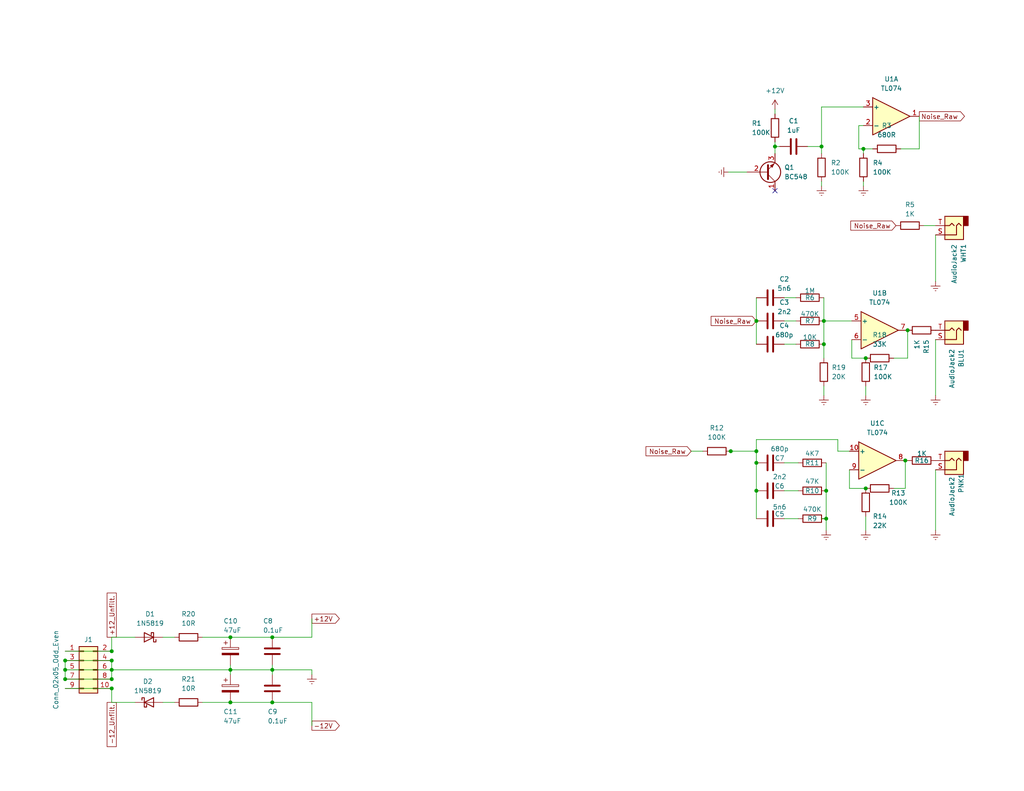
<source format=kicad_sch>
(kicad_sch (version 20230121) (generator eeschema)
  (paper "A")
  (lib_symbols
    (symbol "Amplifier_Operational:TL074" (pin_names (offset 0.127))
      (property "Reference" "U" (at 0 5.08 0))
      (property "Value" "TL074" (at 0 -5.08 0))
      (symbol "TL074_1_1"
        (polyline (pts (xy -5.08 5.08) (xy 5.08 0) (xy -5.08 -5.08) (xy -5.08 5.08)) (stroke (width 0.254)) (fill (type background)))
        (pin output line (at 7.62 0 180) (length 2.54) (name "~") (number "1"))
        (pin input line (at -7.62 -2.54 0) (length 2.54) (name "-") (number "2"))
        (pin input line (at -7.62 2.54 0) (length 2.54) (name "+") (number "3"))
      )
      (symbol "TL074_2_1"
        (polyline (pts (xy -5.08 5.08) (xy 5.08 0) (xy -5.08 -5.08) (xy -5.08 5.08)) (stroke (width 0.254)) (fill (type background)))
        (pin input line (at -7.62 2.54 0) (length 2.54) (name "+") (number "5"))
        (pin input line (at -7.62 -2.54 0) (length 2.54) (name "-") (number "6"))
        (pin output line (at 7.62 0 180) (length 2.54) (name "~") (number "7"))
      )
      (symbol "TL074_3_1"
        (polyline (pts (xy -5.08 5.08) (xy 5.08 0) (xy -5.08 -5.08) (xy -5.08 5.08)) (stroke (width 0.254)) (fill (type background)))
        (pin input line (at -7.62 2.54 0) (length 2.54) (name "+") (number "10"))
        (pin output line (at 7.62 0 180) (length 2.54) (name "~") (number "8"))
        (pin input line (at -7.62 -2.54 0) (length 2.54) (name "-") (number "9"))
      )
      (symbol "TL074_4_1"
        (polyline (pts (xy -5.08 5.08) (xy 5.08 0) (xy -5.08 -5.08) (xy -5.08 5.08)) (stroke (width 0.254)) (fill (type background)))
        (pin input line (at -7.62 2.54 0) (length 2.54) (name "+") (number "12"))
        (pin input line (at -7.62 -2.54 0) (length 2.54) (name "-") (number "13"))
        (pin output line (at 7.62 0 180) (length 2.54) (name "~") (number "14"))
      )
      (symbol "TL074_5_1"
        (pin power_in line (at -2.54 -7.62 90) (length 3.81) (name "V-") (number "11"))
        (pin power_in line (at -2.54 7.62 270) (length 3.81) (name "V+") (number "4"))
      )
    )
    (symbol "Connector_Audio:AudioJack2"
      (property "Reference" "J" (at 0 8.89 0))
      (property "Value" "AudioJack2" (at 0 6.35 0))
      (symbol "AudioJack2_0_1"
        (rectangle (start -3.81 0) (end -2.54 -2.54) (stroke (width 0.254)) (fill (type outline)))
        (rectangle (start -2.54 3.81) (end 2.54 -2.54) (stroke (width 0.254)) (fill (type background)))
        (polyline (pts (xy 0 0) (xy 0.635 -0.635) (xy 1.27 0) (xy 2.54 0)) (stroke (width 0.254)))
        (polyline (pts (xy 2.54 2.54) (xy -0.635 2.54) (xy -0.635 0) (xy -1.27 -0.635) (xy -1.905 0)) (stroke (width 0.254)))
      )
      (symbol "AudioJack2_1_1"
        (pin passive line (at 5.08 2.54 180) (length 2.54) (name "~") (number "S"))
        (pin passive line (at 5.08 0 180) (length 2.54) (name "~") (number "T"))
      )
    )
    (symbol "Connector_Generic:Conn_02x05_Odd_Even" (pin_names (offset 1.016) hide)
      (property "Reference" "J" (at 1.27 7.62 0))
      (property "Value" "Conn_02x05_Odd_Even" (at 1.27 -7.62 0))
      (symbol "Conn_02x05_Odd_Even_1_1"
        (rectangle (start -1.27 -4.953) (end 0 -5.207) (stroke (width 0.1524)))
        (rectangle (start -1.27 -2.413) (end 0 -2.667) (stroke (width 0.1524)))
        (rectangle (start -1.27 0.127) (end 0 -0.127) (stroke (width 0.1524)))
        (rectangle (start -1.27 2.667) (end 0 2.413) (stroke (width 0.1524)))
        (rectangle (start -1.27 5.207) (end 0 4.953) (stroke (width 0.1524)))
        (rectangle (start -1.27 6.35) (end 3.81 -6.35) (stroke (width 0.254)) (fill (type background)))
        (rectangle (start 3.81 -4.953) (end 2.54 -5.207) (stroke (width 0.1524)))
        (rectangle (start 3.81 -2.413) (end 2.54 -2.667) (stroke (width 0.1524)))
        (rectangle (start 3.81 0.127) (end 2.54 -0.127) (stroke (width 0.1524)))
        (rectangle (start 3.81 2.667) (end 2.54 2.413) (stroke (width 0.1524)))
        (rectangle (start 3.81 5.207) (end 2.54 4.953) (stroke (width 0.1524)))
        (pin passive line (at -5.08 5.08 0) (length 3.81) (name "Pin_1") (number "1"))
        (pin passive line (at 7.62 -5.08 180) (length 3.81) (name "Pin_10") (number "10"))
        (pin passive line (at 7.62 5.08 180) (length 3.81) (name "Pin_2") (number "2"))
        (pin passive line (at -5.08 2.54 0) (length 3.81) (name "Pin_3") (number "3"))
        (pin passive line (at 7.62 2.54 180) (length 3.81) (name "Pin_4") (number "4"))
        (pin passive line (at -5.08 0 0) (length 3.81) (name "Pin_5") (number "5"))
        (pin passive line (at 7.62 0 180) (length 3.81) (name "Pin_6") (number "6"))
        (pin passive line (at -5.08 -2.54 0) (length 3.81) (name "Pin_7") (number "7"))
        (pin passive line (at 7.62 -2.54 180) (length 3.81) (name "Pin_8") (number "8"))
        (pin passive line (at -5.08 -5.08 0) (length 3.81) (name "Pin_9") (number "9"))
      )
    )
    (symbol "Device:C" (pin_numbers hide) (pin_names (offset 0.254))
      (property "Reference" "C" (at 0.635 2.54 0))
      (property "Value" "C" (at 0.635 -2.54 0))
      (symbol "C_0_1"
        (polyline (pts (xy -2.032 -0.762) (xy 2.032 -0.762)) (stroke (width 0.508)))
        (polyline (pts (xy -2.032 0.762) (xy 2.032 0.762)) (stroke (width 0.508)))
      )
      (symbol "C_1_1"
        (pin passive line (at 0 3.81 270) (length 2.794) (name "~") (number "1"))
        (pin passive line (at 0 -3.81 90) (length 2.794) (name "~") (number "2"))
      )
    )
    (symbol "Device:C_Polarized" (pin_numbers hide) (pin_names (offset 0.254))
      (property "Reference" "C" (at 0.635 2.54 0))
      (property "Value" "C_Polarized" (at 0.635 -2.54 0))
      (symbol "C_Polarized_0_1"
        (rectangle (start -2.286 0.508) (end 2.286 1.016))
        (polyline (pts (xy -1.778 2.286) (xy -0.762 2.286)))
        (polyline (pts (xy -1.27 2.794) (xy -1.27 1.778)))
        (rectangle (start 2.286 -0.508) (end -2.286 -1.016) (fill (type outline)))
      )
      (symbol "C_Polarized_1_1"
        (pin passive line (at 0 3.81 270) (length 2.794) (name "~") (number "1"))
        (pin passive line (at 0 -3.81 90) (length 2.794) (name "~") (number "2"))
      )
    )
    (symbol "Device:R" (pin_numbers hide) (pin_names (offset 0))
      (property "Reference" "R" (at 2.032 0 90))
      (property "Value" "R" (at 0 0 90))
      (symbol "R_0_1"
        (rectangle (start -1.016 -2.54) (end 1.016 2.54) (stroke (width 0.254)))
      )
      (symbol "R_1_1"
        (pin passive line (at 0 3.81 270) (length 1.27) (name "~") (number "1"))
        (pin passive line (at 0 -3.81 90) (length 1.27) (name "~") (number "2"))
      )
    )
    (symbol "Diode:1N5819" (pin_numbers hide) (pin_names (offset 1.016) hide)
      (property "Reference" "D" (at 0 2.54 0))
      (property "Value" "1N5819" (at 0 -2.54 0))
      (symbol "1N5819_0_1"
        (polyline (pts (xy 1.27 0) (xy -1.27 0)))
        (polyline (pts (xy 1.27 1.27) (xy 1.27 -1.27) (xy -1.27 0) (xy 1.27 1.27)) (stroke (width 0.254)))
        (polyline (pts (xy -1.905 0.635) (xy -1.905 1.27) (xy -1.27 1.27) (xy -1.27 -1.27) (xy -0.635 -1.27) (xy -0.635 -0.635)) (stroke (width 0.254)))
      )
      (symbol "1N5819_1_1"
        (pin passive line (at -3.81 0 0) (length 2.54) (name "K") (number "1"))
        (pin passive line (at 3.81 0 180) (length 2.54) (name "A") (number "2"))
      )
    )
    (symbol "Transistor_BJT:BC548" (pin_names (offset 0) hide)
      (property "Reference" "Q" (at 5.08 1.905 0))
      (property "Value" "BC548" (at 5.08 0 0))
      (symbol "BC548_0_1"
        (polyline (pts (xy 0 0) (xy 0.635 0)))
        (polyline (pts (xy 0.635 0.635) (xy 2.54 2.54)))
        (polyline (pts (xy 0.635 -0.635) (xy 2.54 -2.54) (xy 2.54 -2.54)))
        (polyline (pts (xy 0.635 1.905) (xy 0.635 -1.905) (xy 0.635 -1.905)) (stroke (width 0.508)))
        (polyline (pts (xy 1.27 -1.778) (xy 1.778 -1.27) (xy 2.286 -2.286) (xy 1.27 -1.778) (xy 1.27 -1.778)) (fill (type outline)))
        (circle (center 1.27 0) (radius 2.8194) (stroke (width 0.254)))
      )
      (symbol "BC548_1_1"
        (pin passive line (at 2.54 5.08 270) (length 2.54) (name "C") (number "1"))
        (pin input line (at -5.08 0 0) (length 5.08) (name "B") (number "2"))
        (pin passive line (at 2.54 -5.08 90) (length 2.54) (name "E") (number "3"))
      )
    )
    (symbol "power:+12V" (power) (pin_names (offset 0))
      (property "Value" "+12V" (at 0 3.556 0))
      (symbol "+12V_0_1"
        (polyline (pts (xy -0.762 1.27) (xy 0 2.54)))
        (polyline (pts (xy 0 0) (xy 0 2.54)))
        (polyline (pts (xy 0 2.54) (xy 0.762 1.27)))
      )
      (symbol "+12V_1_1"
        (pin power_in line (at 0 0 90) (length 0) hide (name "+12V") (number "1"))
      )
    )
    (symbol "power:Earth" (power) (pin_names (offset 0))
      (symbol "Earth_0_1"
        (polyline (pts (xy -0.635 -1.905) (xy 0.635 -1.905)))
        (polyline (pts (xy -0.127 -2.54) (xy 0.127 -2.54)))
        (polyline (pts (xy 0 -1.27) (xy 0 0)))
        (polyline (pts (xy 1.27 -1.27) (xy -1.27 -1.27)))
      )
      (symbol "Earth_1_1"
        (pin power_in line (at 0 0 270) (length 0) hide (name "Earth") (number "1"))
      )
    )
  )
  (junction (at 224.155 40.005))
  (junction (at 225.425 133.985))
  (junction (at 74.295 182.88))
  (junction (at 30.48 177.8))
  (junction (at 224.79 93.98))
  (junction (at 206.375 123.19))
  (junction (at 206.375 87.63))
  (junction (at 224.79 87.63))
  (junction (at 30.48 185.42))
  (junction (at 17.78 180.34))
  (junction (at 30.48 180.34))
  (junction (at 211.455 40.005))
  (junction (at 235.585 40.64))
  (junction (at 30.48 182.88))
  (junction (at 62.865 173.99))
  (junction (at 74.295 191.77))
  (junction (at 199.39 123.19))
  (junction (at 62.865 182.88))
  (junction (at 236.22 97.79))
  (junction (at 30.48 187.96))
  (junction (at 62.865 191.77))
  (junction (at 17.78 185.42))
  (junction (at 206.375 126.365))
  (junction (at 74.295 173.99))
  (junction (at 225.425 141.605))
  (junction (at 17.78 182.88))
  (junction (at 247.65 90.17))
  (junction (at 236.22 133.35))
  (junction (at 206.375 133.985))
  (junction (at 247.015 125.73))
  (no_connect (at 211.455 52.07))
  (wire (pts (xy 62.865 182.88) (xy 74.295 182.88)))
  (wire (pts (xy 247.65 97.79) (xy 243.84 97.79)))
  (wire (pts (xy 74.295 181.61) (xy 74.295 182.88)))
  (wire (pts (xy 213.995 126.365) (xy 217.805 126.365)))
  (wire (pts (xy 228.6 123.19) (xy 231.775 123.19)))
  (wire (pts (xy 236.22 140.97) (xy 236.22 144.78)))
  (wire (pts (xy 247.015 125.73) (xy 247.015 133.35)))
  (wire (pts (xy 85.09 182.88) (xy 85.09 184.15)))
  (wire (pts (xy 232.41 97.79) (xy 232.41 92.71)))
  (wire (pts (xy 30.48 182.88) (xy 62.865 182.88)))
  (wire (pts (xy 17.78 180.34) (xy 30.48 180.34)))
  (wire (pts (xy 17.78 180.34) (xy 17.78 182.88)))
  (wire (pts (xy 74.295 182.88) (xy 85.09 182.88)))
  (wire (pts (xy 211.455 40.005) (xy 212.725 40.005)))
  (wire (pts (xy 255.27 144.78) (xy 255.27 128.27)))
  (wire (pts (xy 224.155 40.005) (xy 224.155 41.91)))
  (wire (pts (xy 44.45 191.77) (xy 47.625 191.77)))
  (wire (pts (xy 206.375 123.19) (xy 206.375 126.365)))
  (wire (pts (xy 250.825 31.75) (xy 250.825 40.64)))
  (wire (pts (xy 199.39 123.19) (xy 206.375 123.19)))
  (wire (pts (xy 235.585 40.64) (xy 234.315 40.64)))
  (wire (pts (xy 250.825 40.64) (xy 245.745 40.64)))
  (wire (pts (xy 213.995 141.605) (xy 217.805 141.605)))
  (wire (pts (xy 234.315 34.29) (xy 235.585 34.29)))
  (wire (pts (xy 30.48 180.34) (xy 30.48 182.88)))
  (wire (pts (xy 224.155 29.21) (xy 235.585 29.21)))
  (wire (pts (xy 224.79 105.41) (xy 224.79 107.95)))
  (wire (pts (xy 247.015 125.73) (xy 247.65 125.73)))
  (wire (pts (xy 235.585 40.64) (xy 235.585 41.91)))
  (wire (pts (xy 211.455 38.735) (xy 211.455 40.005)))
  (wire (pts (xy 255.27 64.135) (xy 255.27 76.835)))
  (wire (pts (xy 231.775 133.35) (xy 231.775 128.27)))
  (wire (pts (xy 213.995 87.63) (xy 217.17 87.63)))
  (wire (pts (xy 236.22 105.41) (xy 236.22 107.95)))
  (wire (pts (xy 188.595 123.19) (xy 191.77 123.19)))
  (wire (pts (xy 231.775 133.35) (xy 236.22 133.35)))
  (wire (pts (xy 225.425 126.365) (xy 225.425 133.985)))
  (wire (pts (xy 213.995 93.98) (xy 217.17 93.98)))
  (wire (pts (xy 62.865 181.61) (xy 62.865 182.88)))
  (wire (pts (xy 213.995 81.28) (xy 217.17 81.28)))
  (wire (pts (xy 17.78 177.8) (xy 30.48 177.8)))
  (wire (pts (xy 247.65 90.17) (xy 247.65 97.79)))
  (wire (pts (xy 225.425 141.605) (xy 225.425 144.78)))
  (wire (pts (xy 30.48 187.96) (xy 30.48 191.77)))
  (wire (pts (xy 236.22 97.79) (xy 232.41 97.79)))
  (wire (pts (xy 211.455 40.005) (xy 211.455 41.91)))
  (wire (pts (xy 235.585 49.53) (xy 235.585 50.8)))
  (wire (pts (xy 62.865 182.88) (xy 62.865 184.15)))
  (wire (pts (xy 62.865 173.99) (xy 74.295 173.99)))
  (wire (pts (xy 243.84 133.35) (xy 247.015 133.35)))
  (wire (pts (xy 213.995 133.985) (xy 217.805 133.985)))
  (wire (pts (xy 224.155 49.53) (xy 224.155 50.8)))
  (wire (pts (xy 198.755 46.99) (xy 203.835 46.99)))
  (wire (pts (xy 206.375 87.63) (xy 206.375 93.98)))
  (wire (pts (xy 62.865 191.77) (xy 74.295 191.77)))
  (wire (pts (xy 224.155 29.21) (xy 224.155 40.005)))
  (wire (pts (xy 30.48 173.99) (xy 30.48 177.8)))
  (wire (pts (xy 74.295 191.77) (xy 85.09 191.77)))
  (wire (pts (xy 206.375 120.015) (xy 228.6 120.015)))
  (wire (pts (xy 17.78 185.42) (xy 30.48 185.42)))
  (wire (pts (xy 206.375 133.985) (xy 206.375 141.605)))
  (wire (pts (xy 30.48 182.88) (xy 30.48 185.42)))
  (wire (pts (xy 198.755 123.19) (xy 199.39 123.19)))
  (wire (pts (xy 220.345 40.005) (xy 224.155 40.005)))
  (wire (pts (xy 17.78 182.88) (xy 30.48 182.88)))
  (wire (pts (xy 211.455 29.845) (xy 211.455 31.115)))
  (wire (pts (xy 224.79 87.63) (xy 224.79 93.98)))
  (wire (pts (xy 234.315 40.64) (xy 234.315 34.29)))
  (wire (pts (xy 225.425 141.605) (xy 224.155 141.605)))
  (wire (pts (xy 255.27 92.71) (xy 255.27 107.95)))
  (wire (pts (xy 206.375 126.365) (xy 206.375 133.985)))
  (wire (pts (xy 30.48 191.77) (xy 36.83 191.77)))
  (wire (pts (xy 55.245 173.99) (xy 62.865 173.99)))
  (wire (pts (xy 85.09 191.77) (xy 85.09 198.12)))
  (wire (pts (xy 30.48 173.99) (xy 36.83 173.99)))
  (wire (pts (xy 74.295 182.88) (xy 74.295 184.15)))
  (wire (pts (xy 17.78 187.96) (xy 30.48 187.96)))
  (wire (pts (xy 238.125 40.64) (xy 235.585 40.64)))
  (wire (pts (xy 85.09 173.99) (xy 85.09 168.91)))
  (wire (pts (xy 206.375 123.19) (xy 206.375 120.015)))
  (wire (pts (xy 55.245 191.77) (xy 62.865 191.77)))
  (wire (pts (xy 206.375 81.28) (xy 206.375 87.63)))
  (wire (pts (xy 228.6 120.015) (xy 228.6 123.19)))
  (wire (pts (xy 17.78 182.88) (xy 17.78 185.42)))
  (wire (pts (xy 224.79 81.28) (xy 224.79 87.63)))
  (wire (pts (xy 44.45 173.99) (xy 47.625 173.99)))
  (wire (pts (xy 224.79 93.98) (xy 224.79 97.79)))
  (wire (pts (xy 252.095 61.595) (xy 255.27 61.595)))
  (wire (pts (xy 225.425 133.985) (xy 225.425 141.605)))
  (wire (pts (xy 224.79 87.63) (xy 232.41 87.63)))
  (wire (pts (xy 74.295 173.99) (xy 85.09 173.99)))
  (global_label "+12_Unfilt." (shape passive) (at 30.48 173.99 90) (property "Intersheetrefs" "${INTERSHEET_REFS}" (effects hide)))
  (global_label "Noise_Raw" (shape input) (at 206.375 87.63 180) (property "Intersheetrefs" "${INTERSHEET_REFS}" (effects hide)))
  (global_label "-12_Unfilt." (shape passive) (at 30.48 191.77 270) (property "Intersheetrefs" "${INTERSHEET_REFS}" (effects hide)))
  (global_label "Noise_Raw" (shape output) (at 250.825 31.75 0) (property "Intersheetrefs" "${INTERSHEET_REFS}" (effects hide)))
  (global_label "Noise_Raw" (shape input) (at 244.475 61.595 180) (property "Intersheetrefs" "${INTERSHEET_REFS}" (effects hide)))
  (global_label "Noise_Raw" (shape input) (at 188.595 123.19 180) (property "Intersheetrefs" "${INTERSHEET_REFS}" (effects hide)))
  (global_label "+12V" (shape output) (at 85.09 168.91 0) (property "Intersheetrefs" "${INTERSHEET_REFS}" (effects hide)))
  (global_label "-12V" (shape output) (at 85.09 198.12 0) (property "Intersheetrefs" "${INTERSHEET_REFS}" (effects hide)))
  (symbol (lib_id "power:Earth") (at 236.22 107.95 0) (unit 1)
    (property "Reference" "#PWR09" (effects hide))
    (property "Value" "Earth" (effects hide))
  )
  (symbol (lib_id "Device:C") (at 210.185 133.985 270) (mirror x) (unit 1)
    (property "Reference" "C6" (at 212.725 132.715 90))
    (property "Value" "2n2" (at 212.725 130.175 90))
    (property "Footprint" "Capacitor_THT:C_Disc_D4.3mm_W1.9mm_P5.00mm" (effects hide))
  )
  (symbol (lib_id "power:Earth") (at 198.755 46.99 270) (unit 1)
    (property "Reference" "#PWR01" (effects hide))
    (property "Value" "Earth" (effects hide))
  )
  (symbol (lib_id "Device:R") (at 240.03 97.79 270) (unit 1)
    (property "Reference" "R18" (at 240.03 91.44 90))
    (property "Value" "33K" (at 240.03 93.98 90))
    (property "Footprint" "Resistor_SMD:R_0805_2012Metric" (effects hide))
  )
  (symbol (lib_id "Amplifier_Operational:TL074") (at 243.205 31.75 0) (unit 1)
    (property "Reference" "U1" (at 243.205 21.59 0))
    (property "Value" "TL074" (at 243.205 24.13 0))
    (property "Footprint" "Package_SO:SOIC-14_3.9x8.7mm_P1.27mm" (effects hide))
    (property "Datasheet" "http://www.ti.com/lit/ds/symlink/tl071.pdf" (effects hide))
  )
  (symbol (lib_id "Device:R") (at 195.58 123.19 90) (unit 1)
    (property "Reference" "R12" (at 195.58 116.84 90))
    (property "Value" "100K" (at 195.58 119.38 90))
    (property "Footprint" "Resistor_SMD:R_0805_2012Metric" (effects hide))
  )
  (symbol (lib_id "Device:C") (at 210.185 87.63 270) (unit 1)
    (property "Reference" "C3" (at 213.995 82.55 90))
    (property "Value" "2n2" (at 213.995 85.09 90))
    (property "Footprint" "Capacitor_THT:C_Disc_D4.3mm_W1.9mm_P5.00mm" (effects hide))
  )
  (symbol (lib_id "power:Earth") (at 255.27 76.835 0) (unit 1)
    (property "Reference" "#PWR07" (effects hide))
    (property "Value" "Earth" (effects hide))
  )
  (symbol (lib_id "Diode:1N5819") (at 40.64 173.99 180) (unit 1)
    (property "Reference" "D1" (at 40.9575 167.64 0))
    (property "Value" "1N5819" (at 40.9575 170.18 0))
    (property "Footprint" "Diode_THT:D_DO-41_SOD81_P2.54mm_Vertical_KathodeUp" (effects hide))
    (property "Datasheet" "http://www.vishay.com/docs/88525/1n5817.pdf" (effects hide))
  )
  (symbol (lib_id "Device:R") (at 220.98 87.63 270) (unit 1)
    (property "Reference" "R7" (at 220.98 87.63 90))
    (property "Value" "470K" (at 220.98 85.725 90))
    (property "Footprint" "Resistor_SMD:R_0805_2012Metric" (effects hide))
  )
  (symbol (lib_id "Device:C") (at 210.185 126.365 270) (mirror x) (unit 1)
    (property "Reference" "C7" (at 212.725 125.095 90))
    (property "Value" "680p" (at 212.725 122.555 90))
    (property "Footprint" "Capacitor_THT:C_Disc_D4.3mm_W1.9mm_P5.00mm" (effects hide))
  )
  (symbol (lib_id "Device:C") (at 210.185 141.605 270) (mirror x) (unit 1)
    (property "Reference" "C5" (at 212.725 140.335 90))
    (property "Value" "5n6" (at 212.725 138.43 90))
    (property "Footprint" "Capacitor_THT:C_Disc_D4.3mm_W1.9mm_P5.00mm" (effects hide))
  )
  (symbol (lib_id "Device:C_Polarized") (at 62.865 177.8 0) (unit 1)
    (property "Reference" "C10" (at 60.96 169.545 0) (effects (justify left)))
    (property "Value" "47uF" (at 60.96 172.085 0) (effects (justify left)))
    (property "Footprint" "Capacitor_THT:CP_Radial_D5.0mm_P2.00mm" (effects hide))
  )
  (symbol (lib_id "Connector_Audio:AudioJack2") (at 260.35 90.17 180) (unit 1)
    (property "Reference" "BLU1" (at 262.255 95.25 90) (effects (justify left)))
    (property "Value" "AudioJack2" (at 259.715 95.25 90) (effects (justify left)))
    (property "Footprint" "Connector_Audio:Jack_3.5mm_CUI_SJ1-3523N_Horizontal" (effects hide))
  )
  (symbol (lib_id "power:Earth") (at 224.79 107.95 0) (unit 1)
    (property "Reference" "#PWR010" (effects hide))
    (property "Value" "Earth" (effects hide))
  )
  (symbol (lib_id "Device:R") (at 236.22 137.16 0) (unit 1)
    (property "Reference" "R14" (at 238.125 140.97 0) (effects (justify left)))
    (property "Value" "22K" (at 238.125 143.51 0) (effects (justify left)))
    (property "Footprint" "Resistor_SMD:R_0805_2012Metric" (effects hide))
  )
  (symbol (lib_id "Device:R") (at 251.46 90.17 90) (unit 1)
    (property "Reference" "R15" (at 252.73 92.71 0) (effects (justify right)))
    (property "Value" "1K" (at 250.19 92.71 0) (effects (justify right)))
    (property "Footprint" "Resistor_SMD:R_0805_2012Metric" (effects hide))
  )
  (symbol (lib_id "Device:C") (at 74.295 187.96 0) (unit 1)
    (property "Reference" "C9" (at 73.025 194.31 0) (effects (justify left)))
    (property "Value" "0.1uF" (at 73.025 196.85 0) (effects (justify left)))
    (property "Footprint" "Capacitor_THT:C_Disc_D4.3mm_W1.9mm_P5.00mm" (effects hide))
  )
  (symbol (lib_id "Device:R") (at 248.285 61.595 270) (unit 1)
    (property "Reference" "R5" (at 248.285 55.88 90))
    (property "Value" "1K" (at 248.285 58.42 90))
    (property "Footprint" "Resistor_SMD:R_0805_2012Metric" (effects hide))
  )
  (symbol (lib_id "Connector_Audio:AudioJack2") (at 260.35 125.73 180) (unit 1)
    (property "Reference" "PNK1" (at 262.255 134.62 90) (effects (justify right)))
    (property "Value" "AudioJack2" (at 259.715 140.97 90) (effects (justify right)))
    (property "Footprint" "Connector_Audio:Jack_3.5mm_CUI_SJ1-3523N_Horizontal" (effects hide))
  )
  (symbol (lib_id "Device:R") (at 235.585 45.72 0) (unit 1)
    (property "Reference" "R4" (at 238.125 44.45 0) (effects (justify left)))
    (property "Value" "100K" (at 238.125 46.99 0) (effects (justify left)))
    (property "Footprint" "Resistor_SMD:R_0805_2012Metric" (effects hide))
  )
  (symbol (lib_id "Device:R") (at 251.46 125.73 90) (unit 1)
    (property "Reference" "R16" (at 249.555 125.73 90) (effects (justify right)))
    (property "Value" "1K" (at 250.19 123.825 90) (effects (justify right)))
    (property "Footprint" "Resistor_SMD:R_0805_2012Metric" (effects hide))
  )
  (symbol (lib_id "power:Earth") (at 235.585 50.8 0) (unit 1)
    (property "Reference" "#PWR04" (effects hide))
    (property "Value" "Earth" (effects hide))
  )
  (symbol (lib_id "Device:C") (at 74.295 177.8 0) (unit 1)
    (property "Reference" "C8" (at 71.755 169.545 0) (effects (justify left)))
    (property "Value" "0.1uF" (at 71.755 172.085 0) (effects (justify left)))
    (property "Footprint" "Capacitor_THT:C_Disc_D4.3mm_W1.9mm_P5.00mm" (effects hide))
  )
  (symbol (lib_id "Device:R") (at 241.935 40.64 90) (unit 1)
    (property "Reference" "R3" (at 241.935 34.29 90))
    (property "Value" "680R" (at 241.935 36.83 90))
    (property "Footprint" "Resistor_SMD:R_0805_2012Metric" (effects hide))
  )
  (symbol (lib_id "Connector_Audio:AudioJack2") (at 260.35 61.595 180) (unit 1)
    (property "Reference" "WHT1" (at 262.89 71.755 90) (effects (justify right)))
    (property "Value" "AudioJack2" (at 260.35 77.47 90) (effects (justify right)))
    (property "Footprint" "Connector_Audio:Jack_3.5mm_CUI_SJ1-3523N_Horizontal" (effects hide))
  )
  (symbol (lib_id "Device:R") (at 51.435 173.99 90) (unit 1)
    (property "Reference" "R20" (at 51.435 167.64 90))
    (property "Value" "10R" (at 51.435 170.18 90))
    (property "Footprint" "Resistor_SMD:R_0805_2012Metric" (effects hide))
  )
  (symbol (lib_id "power:Earth") (at 85.09 184.15 0) (unit 1)
    (property "Reference" "#PWR012" (effects hide))
    (property "Value" "Earth" (effects hide))
  )
  (symbol (lib_id "Device:R") (at 220.98 81.28 270) (unit 1)
    (property "Reference" "R6" (at 220.98 81.28 90))
    (property "Value" "1M" (at 220.98 79.375 90))
    (property "Footprint" "Resistor_SMD:R_0805_2012Metric" (effects hide))
  )
  (symbol (lib_id "Device:R") (at 51.435 191.77 90) (unit 1)
    (property "Reference" "R21" (at 51.435 185.42 90))
    (property "Value" "10R" (at 51.435 187.96 90))
    (property "Footprint" "Resistor_SMD:R_0805_2012Metric" (effects hide))
  )
  (symbol (lib_id "power:Earth") (at 224.155 50.8 0) (unit 1)
    (property "Reference" "#PWR03" (effects hide))
    (property "Value" "Earth" (effects hide))
  )
  (symbol (lib_id "Device:R") (at 220.98 93.98 270) (unit 1)
    (property "Reference" "R8" (at 220.98 93.98 90))
    (property "Value" "10K" (at 220.98 92.075 90))
    (property "Footprint" "Resistor_SMD:R_0805_2012Metric" (effects hide))
  )
  (symbol (lib_id "Transistor_BJT:BC548") (at 208.915 46.99 0) (mirror x) (unit 1)
    (property "Reference" "Q1" (at 213.995 45.72 0) (effects (justify left)))
    (property "Value" "BC548" (at 213.995 48.26 0) (effects (justify left)))
    (property "Footprint" "Package_TO_SOT_THT:TO-92_Inline" (effects hide))
    (property "Datasheet" "https://www.onsemi.com/pub/Collateral/BC550-D.pdf" (effects hide))
  )
  (symbol (lib_id "Connector_Generic:Conn_02x05_Odd_Even") (at 22.86 182.88 0) (unit 1)
    (property "Reference" "J1" (at 24.13 174.625 0))
    (property "Value" "Conn_02x05_Odd_Even" (at 15.24 182.88 90))
    (property "Footprint" "Connector_PinHeader_2.54mm:PinHeader_2x05_P2.54mm_Horizontal" (effects hide))
  )
  (symbol (lib_id "Device:C") (at 210.185 93.98 270) (unit 1)
    (property "Reference" "C4" (at 213.995 88.9 90))
    (property "Value" "680p" (at 213.995 91.44 90))
    (property "Footprint" "Capacitor_THT:C_Disc_D4.3mm_W1.9mm_P5.00mm" (effects hide))
  )
  (symbol (lib_id "power:Earth") (at 255.27 144.78 0) (unit 1)
    (property "Reference" "#PWR014" (effects hide))
    (property "Value" "Earth" (effects hide))
  )
  (symbol (lib_id "Device:R") (at 221.615 126.365 270) (mirror x) (unit 1)
    (property "Reference" "R11" (at 221.615 126.365 90))
    (property "Value" "4K7" (at 221.615 123.825 90))
    (property "Footprint" "Resistor_SMD:R_0805_2012Metric" (effects hide))
  )
  (symbol (lib_id "Device:R") (at 221.615 141.605 270) (mirror x) (unit 1)
    (property "Reference" "R9" (at 221.615 141.605 90))
    (property "Value" "470K" (at 221.615 139.065 90))
    (property "Footprint" "Resistor_SMD:R_0805_2012Metric" (effects hide))
  )
  (symbol (lib_id "power:Earth") (at 255.27 107.95 0) (unit 1)
    (property "Reference" "#PWR06" (effects hide))
    (property "Value" "Earth" (effects hide))
  )
  (symbol (lib_id "Amplifier_Operational:TL074") (at 240.03 90.17 0) (unit 2)
    (property "Reference" "U1" (at 240.03 80.01 0))
    (property "Value" "TL074" (at 240.03 82.55 0))
    (property "Footprint" "Package_SO:SOIC-14_3.9x8.7mm_P1.27mm" (effects hide))
    (property "Datasheet" "http://www.ti.com/lit/ds/symlink/tl071.pdf" (effects hide))
  )
  (symbol (lib_id "Device:R") (at 224.155 45.72 0) (unit 1)
    (property "Reference" "R2" (at 226.695 44.45 0) (effects (justify left)))
    (property "Value" "100K" (at 226.695 46.99 0) (effects (justify left)))
    (property "Footprint" "Resistor_SMD:R_0805_2012Metric" (effects hide))
  )
  (symbol (lib_id "Device:R") (at 236.22 101.6 180) (unit 1)
    (property "Reference" "R17" (at 238.343 100.33 0) (effects (justify right)))
    (property "Value" "100K" (at 238.343 102.87 0) (effects (justify right)))
    (property "Footprint" "Resistor_SMD:R_0805_2012Metric" (effects hide))
  )
  (symbol (lib_id "power:Earth") (at 236.22 144.78 0) (unit 1)
    (property "Reference" "#PWR08" (effects hide))
    (property "Value" "Earth" (effects hide))
  )
  (symbol (lib_id "Device:R") (at 224.79 101.6 180) (unit 1)
    (property "Reference" "R19" (at 226.913 100.33 0) (effects (justify right)))
    (property "Value" "20K" (at 226.913 102.87 0) (effects (justify right)))
    (property "Footprint" "Resistor_SMD:R_0805_2012Metric" (effects hide))
  )
  (symbol (lib_id "Device:R") (at 240.03 133.35 270) (unit 1)
    (property "Reference" "R13" (at 245.11 134.62 90))
    (property "Value" "100K" (at 245.11 137.16 90))
    (property "Footprint" "Resistor_SMD:R_0805_2012Metric" (effects hide))
  )
  (symbol (lib_id "Device:C") (at 210.185 81.28 270) (unit 1)
    (property "Reference" "C2" (at 213.995 76.2 90))
    (property "Value" "5n6" (at 213.995 78.74 90))
    (property "Footprint" "Capacitor_THT:C_Disc_D4.3mm_W1.9mm_P5.00mm" (effects hide))
  )
  (symbol (lib_id "Device:R") (at 211.455 34.925 0) (unit 1)
    (property "Reference" "R1" (at 205.105 33.655 0) (effects (justify left)))
    (property "Value" "100K" (at 205.105 36.195 0) (effects (justify left)))
    (property "Footprint" "Resistor_SMD:R_0805_2012Metric" (effects hide))
  )
  (symbol (lib_id "Amplifier_Operational:TL074") (at 239.395 125.73 0) (unit 3)
    (property "Reference" "U1" (at 239.395 115.57 0))
    (property "Value" "TL074" (at 239.395 118.11 0))
    (property "Footprint" "Package_SO:SOIC-14_3.9x8.7mm_P1.27mm" (effects hide))
    (property "Datasheet" "http://www.ti.com/lit/ds/symlink/tl071.pdf" (effects hide))
  )
  (symbol (lib_id "Device:C_Polarized") (at 62.865 187.96 0) (unit 1)
    (property "Reference" "C11" (at 60.96 194.31 0) (effects (justify left)))
    (property "Value" "47uF" (at 60.96 196.85 0) (effects (justify left)))
    (property "Footprint" "Capacitor_THT:CP_Radial_D5.0mm_P2.00mm" (effects hide))
  )
  (symbol (lib_id "power:+12V") (at 211.455 29.845 0) (unit 1)
    (property "Reference" "#PWR02" (effects hide))
    (property "Value" "+12V" (at 211.455 24.765 0))
  )
  (symbol (lib_id "Diode:1N5819") (at 40.64 191.77 0) (unit 1)
    (property "Reference" "D2" (at 40.3225 186.055 0))
    (property "Value" "1N5819" (at 40.3225 188.595 0))
    (property "Footprint" "Diode_THT:D_DO-41_SOD81_P2.54mm_Vertical_KathodeUp" (effects hide))
    (property "Datasheet" "http://www.vishay.com/docs/88525/1n5817.pdf" (effects hide))
  )
  (symbol (lib_id "Device:C") (at 216.535 40.005 270) (unit 1)
    (property "Reference" "C1" (at 216.535 33.02 90))
    (property "Value" "1uF" (at 216.535 35.56 90))
    (property "Footprint" "Capacitor_THT:C_Disc_D4.3mm_W1.9mm_P5.00mm" (effects hide))
  )
  (symbol (lib_id "power:Earth") (at 225.425 144.78 0) (unit 1)
    (property "Reference" "#PWR05" (effects hide))
    (property "Value" "Earth" (effects hide))
  )
  (symbol (lib_id "Device:R") (at 221.615 133.985 270) (mirror x) (unit 1)
    (property "Reference" "R10" (at 221.615 133.985 90))
    (property "Value" "47K" (at 221.615 131.445 90))
    (property "Footprint" "Resistor_SMD:R_0805_2012Metric" (effects hide))
  )
)
</source>
